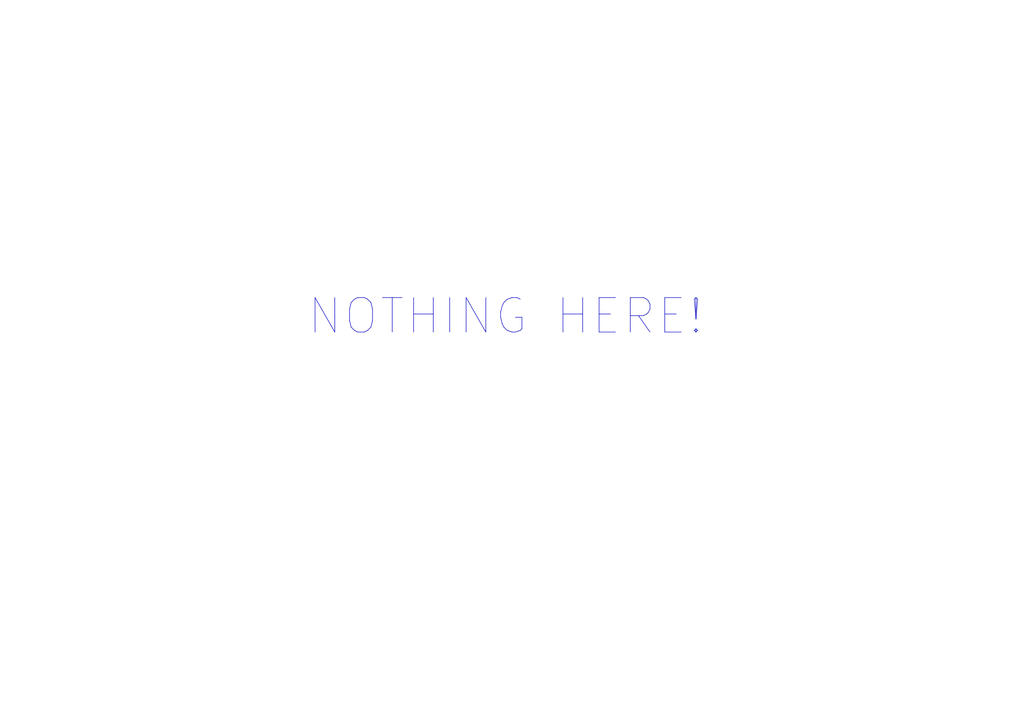
<source format=kicad_sch>
(kicad_sch (version 20211123) (generator eeschema)
  (paper "A4")
  (title_block (title "VCO Panel") (date "2023-01-18") (rev "1") (company "www.solisynth.com"))
  (lib_symbols)
  (text "NOTHING HERE!" (at 88.9 97.79 0) (effects (font (size 10 10)) (justify left bottom)))
)
</source>
